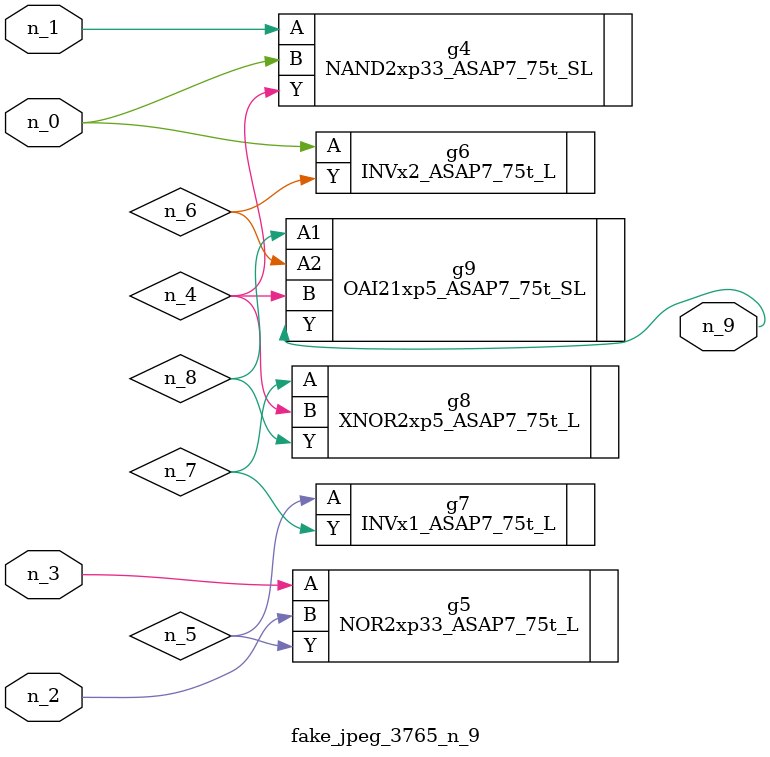
<source format=v>
module fake_jpeg_3765_n_9 (n_0, n_3, n_2, n_1, n_9);

input n_0;
input n_3;
input n_2;
input n_1;

output n_9;

wire n_4;
wire n_8;
wire n_6;
wire n_5;
wire n_7;

NAND2xp33_ASAP7_75t_SL g4 ( 
.A(n_1),
.B(n_0),
.Y(n_4)
);

NOR2xp33_ASAP7_75t_L g5 ( 
.A(n_3),
.B(n_2),
.Y(n_5)
);

INVx2_ASAP7_75t_L g6 ( 
.A(n_0),
.Y(n_6)
);

INVx1_ASAP7_75t_L g7 ( 
.A(n_5),
.Y(n_7)
);

XNOR2xp5_ASAP7_75t_L g8 ( 
.A(n_7),
.B(n_4),
.Y(n_8)
);

OAI21xp5_ASAP7_75t_SL g9 ( 
.A1(n_8),
.A2(n_6),
.B(n_4),
.Y(n_9)
);


endmodule
</source>
